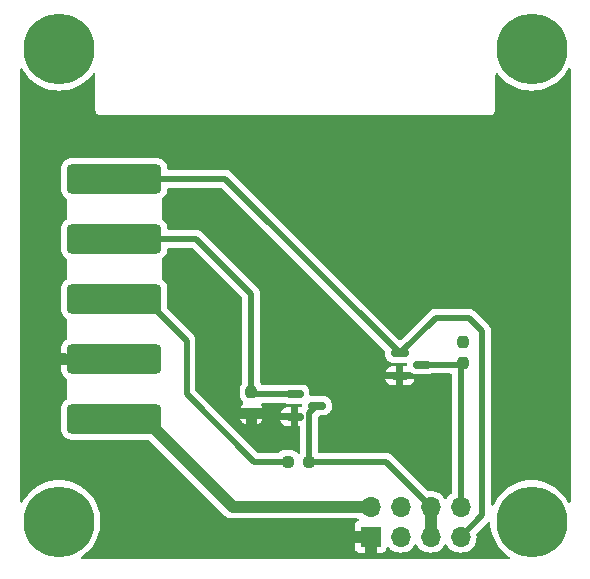
<source format=gbr>
%TF.GenerationSoftware,KiCad,Pcbnew,8.0.8*%
%TF.CreationDate,2025-02-23T10:11:50-08:00*%
%TF.ProjectId,bts7960 adapter,62747337-3936-4302-9061-646170746572,rev?*%
%TF.SameCoordinates,Original*%
%TF.FileFunction,Copper,L1,Top*%
%TF.FilePolarity,Positive*%
%FSLAX46Y46*%
G04 Gerber Fmt 4.6, Leading zero omitted, Abs format (unit mm)*
G04 Created by KiCad (PCBNEW 8.0.8) date 2025-02-23 10:11:50*
%MOMM*%
%LPD*%
G01*
G04 APERTURE LIST*
G04 Aperture macros list*
%AMRoundRect*
0 Rectangle with rounded corners*
0 $1 Rounding radius*
0 $2 $3 $4 $5 $6 $7 $8 $9 X,Y pos of 4 corners*
0 Add a 4 corners polygon primitive as box body*
4,1,4,$2,$3,$4,$5,$6,$7,$8,$9,$2,$3,0*
0 Add four circle primitives for the rounded corners*
1,1,$1+$1,$2,$3*
1,1,$1+$1,$4,$5*
1,1,$1+$1,$6,$7*
1,1,$1+$1,$8,$9*
0 Add four rect primitives between the rounded corners*
20,1,$1+$1,$2,$3,$4,$5,0*
20,1,$1+$1,$4,$5,$6,$7,0*
20,1,$1+$1,$6,$7,$8,$9,0*
20,1,$1+$1,$8,$9,$2,$3,0*%
G04 Aperture macros list end*
%TA.AperFunction,ComponentPad*%
%ADD10RoundRect,0.410105X3.589895X-0.839895X3.589895X0.839895X-3.589895X0.839895X-3.589895X-0.839895X0*%
%TD*%
%TA.AperFunction,ComponentPad*%
%ADD11C,6.000000*%
%TD*%
%TA.AperFunction,SMDPad,CuDef*%
%ADD12RoundRect,0.237500X0.237500X-0.250000X0.237500X0.250000X-0.237500X0.250000X-0.237500X-0.250000X0*%
%TD*%
%TA.AperFunction,SMDPad,CuDef*%
%ADD13RoundRect,0.237500X-0.250000X-0.237500X0.250000X-0.237500X0.250000X0.237500X-0.250000X0.237500X0*%
%TD*%
%TA.AperFunction,SMDPad,CuDef*%
%ADD14RoundRect,0.150000X-0.587500X-0.150000X0.587500X-0.150000X0.587500X0.150000X-0.587500X0.150000X0*%
%TD*%
%TA.AperFunction,ComponentPad*%
%ADD15R,1.700000X1.700000*%
%TD*%
%TA.AperFunction,ComponentPad*%
%ADD16O,1.700000X1.700000*%
%TD*%
%TA.AperFunction,ViaPad*%
%ADD17C,0.600000*%
%TD*%
%TA.AperFunction,Conductor*%
%ADD18C,0.500000*%
%TD*%
%TA.AperFunction,Conductor*%
%ADD19C,1.000000*%
%TD*%
G04 APERTURE END LIST*
D10*
%TO.P,J1,1,Pin_1*%
%TO.N,+5V*%
X4680000Y-31300000D03*
%TO.P,J1,2,Pin_2*%
%TO.N,GND*%
X4680000Y-26220000D03*
%TO.P,J1,3,Pin_3*%
%TO.N,/PWM*%
X4680000Y-21140000D03*
%TO.P,J1,4,Pin_4*%
%TO.N,/DIS*%
X4680000Y-16060000D03*
%TO.P,J1,5,Pin_5*%
%TO.N,/DIR*%
X4680000Y-10980000D03*
%TD*%
D11*
%TO.P,REF\u002A\u002A,1*%
%TO.N,N/C*%
X0Y0D03*
%TD*%
%TO.P,REF\u002A\u002A,1*%
%TO.N,N/C*%
X40000000Y-40000000D03*
%TD*%
%TO.P,REF\u002A\u002A,1*%
%TO.N,N/C*%
X40000000Y0D03*
%TD*%
%TO.P,REF\u002A\u002A,1*%
%TO.N,N/C*%
X0Y-40000000D03*
%TD*%
D12*
%TO.P,R3,1*%
%TO.N,/RPWM*%
X34180000Y-26600000D03*
%TO.P,R3,2*%
%TO.N,+5V*%
X34180000Y-24775000D03*
%TD*%
%TO.P,R2,1*%
%TO.N,GND*%
X16280000Y-30845000D03*
%TO.P,R2,2*%
%TO.N,/DIS*%
X16280000Y-29020000D03*
%TD*%
D13*
%TO.P,R1,1*%
%TO.N,/PWM*%
X19365000Y-34930000D03*
%TO.P,R1,2*%
%TO.N,/L_EN*%
X21190000Y-34930000D03*
%TD*%
D14*
%TO.P,Q2,1,G*%
%TO.N,/DIR*%
X28855000Y-25750000D03*
%TO.P,Q2,2,S*%
%TO.N,GND*%
X28855000Y-27650000D03*
%TO.P,Q2,3,D*%
%TO.N,/RPWM*%
X30730000Y-26700000D03*
%TD*%
%TO.P,Q1,1,G*%
%TO.N,/DIS*%
X19965000Y-29220000D03*
%TO.P,Q1,2,S*%
%TO.N,GND*%
X19965000Y-31120000D03*
%TO.P,Q1,3,D*%
%TO.N,/L_EN*%
X21840000Y-30170000D03*
%TD*%
D15*
%TO.P,J2,1,Pin_1*%
%TO.N,GND*%
X26380000Y-41270000D03*
D16*
%TO.P,J2,2,Pin_2*%
%TO.N,+5V*%
X26380000Y-38730000D03*
%TO.P,J2,3,Pin_3*%
%TO.N,unconnected-(J2-Pin_3-Pad3)*%
X28920000Y-41270000D03*
%TO.P,J2,4,Pin_4*%
%TO.N,unconnected-(J2-Pin_4-Pad4)*%
X28920000Y-38730000D03*
%TO.P,J2,5,Pin_5*%
%TO.N,/L_EN*%
X31460000Y-41270000D03*
%TO.P,J2,6,Pin_6*%
X31460000Y-38730000D03*
%TO.P,J2,7,Pin_7*%
%TO.N,/DIR*%
X34000000Y-41270000D03*
%TO.P,J2,8,Pin_8*%
%TO.N,/RPWM*%
X34000000Y-38730000D03*
%TD*%
D17*
%TO.N,GND*%
X-1651000Y-16891000D03*
X-2159000Y-7366000D03*
X20066000Y-41910000D03*
X5080000Y-38989000D03*
X22606000Y-23622000D03*
X26670000Y-30353000D03*
X19177000Y-24638000D03*
X27051000Y-16891000D03*
X35941000Y-20447000D03*
X40386000Y-9398000D03*
X27813000Y-10541000D03*
X12446000Y-22733000D03*
X13843000Y-27178000D03*
X13970000Y-28829000D03*
%TO.N,+5V*%
X34180000Y-24775000D03*
%TD*%
D18*
%TO.N,/DIR*%
X31872000Y-22733000D02*
X28855000Y-25750000D01*
X34671000Y-22733000D02*
X31872000Y-22733000D01*
X35814000Y-23876000D02*
X34671000Y-22733000D01*
X34000000Y-41270000D02*
X35814000Y-39456000D01*
X35814000Y-39456000D02*
X35814000Y-23876000D01*
X14085000Y-10980000D02*
X28855000Y-25750000D01*
X7260000Y-10980000D02*
X14085000Y-10980000D01*
%TO.N,/PWM*%
X10795000Y-29210000D02*
X16515000Y-34930000D01*
X10795000Y-24675000D02*
X10795000Y-29210000D01*
X16515000Y-34930000D02*
X19365000Y-34930000D01*
X7260000Y-21140000D02*
X10795000Y-24675000D01*
%TO.N,/DIS*%
X11615000Y-16060000D02*
X7260000Y-16060000D01*
X16280000Y-20725000D02*
X11615000Y-16060000D01*
X16280000Y-29020000D02*
X16280000Y-20725000D01*
X16480000Y-29220000D02*
X16280000Y-29020000D01*
X19965000Y-29220000D02*
X16480000Y-29220000D01*
%TO.N,/RPWM*%
X34080000Y-26700000D02*
X34180000Y-26600000D01*
X30730000Y-26700000D02*
X34080000Y-26700000D01*
X34000000Y-26780000D02*
X34180000Y-26600000D01*
X34000000Y-38730000D02*
X34000000Y-26780000D01*
%TO.N,/L_EN*%
X21190000Y-30820000D02*
X21190000Y-34930000D01*
X21840000Y-30170000D02*
X21190000Y-30820000D01*
X27660000Y-34930000D02*
X21190000Y-34930000D01*
X31460000Y-38730000D02*
X27660000Y-34930000D01*
D19*
X31460000Y-41270000D02*
X31460000Y-38730000D01*
%TO.N,+5V*%
X14690000Y-38730000D02*
X7260000Y-31300000D01*
X26380000Y-38730000D02*
X14690000Y-38730000D01*
%TD*%
%TA.AperFunction,Conductor*%
%TO.N,GND*%
G36*
X43261946Y-1620590D02*
G01*
X43305397Y-1675306D01*
X43314500Y-1721939D01*
X43314500Y-38278060D01*
X43294815Y-38345099D01*
X43242011Y-38390854D01*
X43172853Y-38400798D01*
X43109297Y-38371773D01*
X43080016Y-38334355D01*
X43035687Y-38247356D01*
X43035681Y-38247345D01*
X42835852Y-37939635D01*
X42649747Y-37709815D01*
X42604949Y-37654494D01*
X42345506Y-37395051D01*
X42151241Y-37237738D01*
X42060364Y-37164147D01*
X41752656Y-36964320D01*
X41425739Y-36797746D01*
X41083206Y-36666260D01*
X41083199Y-36666258D01*
X40728794Y-36571295D01*
X40728790Y-36571294D01*
X40728789Y-36571294D01*
X40366405Y-36513898D01*
X40000001Y-36494696D01*
X39999999Y-36494696D01*
X39633594Y-36513898D01*
X39271211Y-36571294D01*
X39271209Y-36571294D01*
X38916793Y-36666260D01*
X38574260Y-36797746D01*
X38247343Y-36964320D01*
X37939635Y-37164147D01*
X37654498Y-37395047D01*
X37654490Y-37395054D01*
X37395054Y-37654490D01*
X37395047Y-37654498D01*
X37164147Y-37939635D01*
X36964320Y-38247343D01*
X36798985Y-38571830D01*
X36751010Y-38622626D01*
X36683189Y-38639421D01*
X36617054Y-38616883D01*
X36573603Y-38562168D01*
X36564500Y-38515535D01*
X36564500Y-23802079D01*
X36535659Y-23657092D01*
X36535658Y-23657091D01*
X36535658Y-23657087D01*
X36535656Y-23657082D01*
X36479087Y-23520511D01*
X36479080Y-23520498D01*
X36396952Y-23397585D01*
X36396951Y-23397584D01*
X36292416Y-23293049D01*
X35149421Y-22150052D01*
X35149414Y-22150046D01*
X35075729Y-22100812D01*
X35075729Y-22100813D01*
X35026491Y-22067913D01*
X34889917Y-22011343D01*
X34889907Y-22011340D01*
X34744920Y-21982500D01*
X34744918Y-21982500D01*
X31945917Y-21982500D01*
X31798082Y-21982500D01*
X31798080Y-21982500D01*
X31653092Y-22011340D01*
X31653082Y-22011343D01*
X31516511Y-22067912D01*
X31516498Y-22067919D01*
X31393584Y-22150048D01*
X31393580Y-22150051D01*
X28942680Y-24600951D01*
X28881357Y-24634436D01*
X28811665Y-24629452D01*
X28767318Y-24600951D01*
X14563415Y-10397047D01*
X14563413Y-10397045D01*
X14514179Y-10364150D01*
X14481355Y-10342218D01*
X14440495Y-10314916D01*
X14440494Y-10314915D01*
X14440492Y-10314914D01*
X14440490Y-10314913D01*
X14303917Y-10258343D01*
X14303907Y-10258340D01*
X14158920Y-10229500D01*
X14158918Y-10229500D01*
X9304500Y-10229500D01*
X9237461Y-10209815D01*
X9191706Y-10157011D01*
X9180500Y-10105500D01*
X9180500Y-10076379D01*
X9180500Y-10076372D01*
X9174243Y-9996870D01*
X9124701Y-9811976D01*
X9037799Y-9641422D01*
X9037795Y-9641417D01*
X9037791Y-9641411D01*
X8917338Y-9492663D01*
X8917336Y-9492661D01*
X8768588Y-9372208D01*
X8768576Y-9372200D01*
X8598022Y-9285298D01*
X8413128Y-9235756D01*
X8333633Y-9229500D01*
X8333628Y-9229500D01*
X1026372Y-9229500D01*
X1026366Y-9229500D01*
X946871Y-9235756D01*
X761977Y-9285298D01*
X591423Y-9372200D01*
X591411Y-9372208D01*
X442663Y-9492661D01*
X442661Y-9492663D01*
X322208Y-9641411D01*
X322200Y-9641423D01*
X235298Y-9811977D01*
X185756Y-9996871D01*
X179500Y-10076366D01*
X179500Y-11883633D01*
X185756Y-11963128D01*
X235298Y-12148022D01*
X322200Y-12318576D01*
X322208Y-12318588D01*
X442661Y-12467336D01*
X442663Y-12467338D01*
X591416Y-12587795D01*
X591422Y-12587799D01*
X612293Y-12598433D01*
X663089Y-12646404D01*
X680000Y-12708918D01*
X680000Y-14331081D01*
X660315Y-14398120D01*
X612298Y-14441564D01*
X591424Y-14452200D01*
X591411Y-14452208D01*
X442663Y-14572661D01*
X442661Y-14572663D01*
X322208Y-14721411D01*
X322200Y-14721423D01*
X235298Y-14891977D01*
X185756Y-15076871D01*
X179500Y-15156366D01*
X179500Y-16963633D01*
X185756Y-17043128D01*
X235298Y-17228022D01*
X322200Y-17398576D01*
X322208Y-17398588D01*
X442661Y-17547336D01*
X442663Y-17547338D01*
X591416Y-17667795D01*
X591422Y-17667799D01*
X612293Y-17678433D01*
X663089Y-17726404D01*
X680000Y-17788918D01*
X680000Y-19411081D01*
X660315Y-19478120D01*
X612298Y-19521564D01*
X591424Y-19532200D01*
X591411Y-19532208D01*
X442663Y-19652661D01*
X442661Y-19652663D01*
X322208Y-19801411D01*
X322200Y-19801423D01*
X235298Y-19971977D01*
X185756Y-20156871D01*
X179500Y-20236366D01*
X179500Y-22043633D01*
X185756Y-22123128D01*
X235298Y-22308022D01*
X322200Y-22478576D01*
X322208Y-22478588D01*
X442661Y-22627336D01*
X442663Y-22627338D01*
X591416Y-22747795D01*
X591422Y-22747799D01*
X612293Y-22758433D01*
X663089Y-22806404D01*
X680000Y-22868918D01*
X680000Y-24491641D01*
X660315Y-24558680D01*
X612295Y-24602126D01*
X591694Y-24612622D01*
X443019Y-24733019D01*
X322621Y-24881695D01*
X322620Y-24881696D01*
X235768Y-25052157D01*
X186253Y-25236950D01*
X186253Y-25236951D01*
X180000Y-25316405D01*
X180000Y-25720000D01*
X556000Y-25720000D01*
X623039Y-25739685D01*
X668794Y-25792489D01*
X680000Y-25844000D01*
X680000Y-26596000D01*
X660315Y-26663039D01*
X607511Y-26708794D01*
X556000Y-26720000D01*
X180001Y-26720000D01*
X180001Y-27123595D01*
X186253Y-27203049D01*
X235768Y-27387842D01*
X322620Y-27558303D01*
X322621Y-27558304D01*
X443019Y-27706980D01*
X591696Y-27827378D01*
X612290Y-27837870D01*
X663088Y-27885842D01*
X680000Y-27948357D01*
X680000Y-29571081D01*
X660315Y-29638120D01*
X612298Y-29681564D01*
X598847Y-29688418D01*
X591424Y-29692200D01*
X591411Y-29692208D01*
X442663Y-29812661D01*
X442661Y-29812663D01*
X322208Y-29961411D01*
X322200Y-29961423D01*
X235298Y-30131977D01*
X185756Y-30316871D01*
X179500Y-30396366D01*
X179500Y-32203633D01*
X185756Y-32283128D01*
X235298Y-32468022D01*
X322200Y-32638576D01*
X322208Y-32638588D01*
X442661Y-32787336D01*
X442663Y-32787338D01*
X591411Y-32907791D01*
X591417Y-32907795D01*
X591422Y-32907799D01*
X761976Y-32994701D01*
X946870Y-33044243D01*
X1026372Y-33050500D01*
X7544218Y-33050500D01*
X7611257Y-33070185D01*
X7631898Y-33086818D01*
X13912860Y-39367781D01*
X13912861Y-39367782D01*
X14052218Y-39507139D01*
X14052219Y-39507140D01*
X14216079Y-39616628D01*
X14216092Y-39616635D01*
X14344833Y-39669961D01*
X14387744Y-39687735D01*
X14398164Y-39692051D01*
X14494812Y-39711275D01*
X14543135Y-39720887D01*
X14591458Y-39730500D01*
X14591459Y-39730500D01*
X14591460Y-39730500D01*
X14788540Y-39730500D01*
X25260570Y-39730500D01*
X25327609Y-39750185D01*
X25373364Y-39802989D01*
X25383308Y-39872147D01*
X25354283Y-39935703D01*
X25303903Y-39970682D01*
X25287913Y-39976645D01*
X25287906Y-39976649D01*
X25172812Y-40062809D01*
X25172809Y-40062812D01*
X25086649Y-40177906D01*
X25086645Y-40177913D01*
X25036403Y-40312620D01*
X25036401Y-40312627D01*
X25030000Y-40372155D01*
X25030000Y-40770000D01*
X26256000Y-40770000D01*
X26283756Y-40778150D01*
X26187007Y-40804075D01*
X26072993Y-40869901D01*
X25979901Y-40962993D01*
X25914075Y-41077007D01*
X25880000Y-41204174D01*
X25880000Y-41335826D01*
X25914075Y-41462993D01*
X25979901Y-41577007D01*
X26072993Y-41670099D01*
X26187007Y-41735925D01*
X26314174Y-41770000D01*
X26445826Y-41770000D01*
X26572993Y-41735925D01*
X26687007Y-41670099D01*
X26780099Y-41577007D01*
X26845925Y-41462993D01*
X26873015Y-41361892D01*
X26880000Y-41394000D01*
X26880000Y-42620000D01*
X27277828Y-42620000D01*
X27277844Y-42619999D01*
X27337372Y-42613598D01*
X27337379Y-42613596D01*
X27472086Y-42563354D01*
X27472093Y-42563350D01*
X27587187Y-42477190D01*
X27587190Y-42477187D01*
X27673350Y-42362093D01*
X27673354Y-42362086D01*
X27722422Y-42230529D01*
X27764293Y-42174595D01*
X27829757Y-42150178D01*
X27898030Y-42165030D01*
X27926285Y-42186181D01*
X28048599Y-42308495D01*
X28125135Y-42362086D01*
X28242165Y-42444032D01*
X28242167Y-42444033D01*
X28242170Y-42444035D01*
X28456337Y-42543903D01*
X28684592Y-42605063D01*
X28855319Y-42620000D01*
X28919999Y-42625659D01*
X28920000Y-42625659D01*
X28920001Y-42625659D01*
X28984681Y-42620000D01*
X29155408Y-42605063D01*
X29383663Y-42543903D01*
X29597830Y-42444035D01*
X29791401Y-42308495D01*
X29958495Y-42141401D01*
X30088425Y-41955842D01*
X30143002Y-41912217D01*
X30212500Y-41905023D01*
X30274855Y-41936546D01*
X30291575Y-41955842D01*
X30421500Y-42141395D01*
X30421505Y-42141401D01*
X30588599Y-42308495D01*
X30665135Y-42362086D01*
X30782165Y-42444032D01*
X30782167Y-42444033D01*
X30782170Y-42444035D01*
X30996337Y-42543903D01*
X31224592Y-42605063D01*
X31395319Y-42620000D01*
X31459999Y-42625659D01*
X31460000Y-42625659D01*
X31460001Y-42625659D01*
X31524681Y-42620000D01*
X31695408Y-42605063D01*
X31923663Y-42543903D01*
X32137830Y-42444035D01*
X32331401Y-42308495D01*
X32498495Y-42141401D01*
X32628425Y-41955842D01*
X32683002Y-41912217D01*
X32752500Y-41905023D01*
X32814855Y-41936546D01*
X32831575Y-41955842D01*
X32961500Y-42141395D01*
X32961505Y-42141401D01*
X33128599Y-42308495D01*
X33205135Y-42362086D01*
X33322165Y-42444032D01*
X33322167Y-42444033D01*
X33322170Y-42444035D01*
X33536337Y-42543903D01*
X33764592Y-42605063D01*
X33935319Y-42620000D01*
X33999999Y-42625659D01*
X34000000Y-42625659D01*
X34000001Y-42625659D01*
X34064681Y-42620000D01*
X34235408Y-42605063D01*
X34463663Y-42543903D01*
X34677830Y-42444035D01*
X34871401Y-42308495D01*
X35038495Y-42141401D01*
X35174035Y-41947830D01*
X35273903Y-41733663D01*
X35335063Y-41505408D01*
X35355659Y-41270000D01*
X35337022Y-41056984D01*
X35350788Y-40988485D01*
X35372866Y-40958499D01*
X36289627Y-40041740D01*
X36350950Y-40008255D01*
X36420642Y-40013239D01*
X36476575Y-40055111D01*
X36500992Y-40120575D01*
X36501138Y-40122931D01*
X36513898Y-40366405D01*
X36518997Y-40398597D01*
X36571295Y-40728794D01*
X36645142Y-41004395D01*
X36666260Y-41083206D01*
X36797746Y-41425739D01*
X36964320Y-41752656D01*
X37164147Y-42060364D01*
X37301944Y-42230529D01*
X37395051Y-42345506D01*
X37654494Y-42604949D01*
X37680069Y-42625659D01*
X37939635Y-42835852D01*
X38130044Y-42959505D01*
X38175547Y-43012526D01*
X38185161Y-43081731D01*
X38155834Y-43145148D01*
X38096877Y-43182642D01*
X38062509Y-43187500D01*
X1937491Y-43187500D01*
X1870452Y-43167815D01*
X1824697Y-43115011D01*
X1814753Y-43045853D01*
X1843778Y-42982297D01*
X1869956Y-42959505D01*
X2060364Y-42835852D01*
X2060366Y-42835851D01*
X2345506Y-42604949D01*
X2604949Y-42345506D01*
X2748817Y-42167844D01*
X25030000Y-42167844D01*
X25036401Y-42227372D01*
X25036403Y-42227379D01*
X25086645Y-42362086D01*
X25086649Y-42362093D01*
X25172809Y-42477187D01*
X25172812Y-42477190D01*
X25287906Y-42563350D01*
X25287913Y-42563354D01*
X25422620Y-42613596D01*
X25422627Y-42613598D01*
X25482155Y-42619999D01*
X25482172Y-42620000D01*
X25880000Y-42620000D01*
X25880000Y-41770000D01*
X25030000Y-41770000D01*
X25030000Y-42167844D01*
X2748817Y-42167844D01*
X2835851Y-42060366D01*
X3035682Y-41752652D01*
X3202255Y-41425736D01*
X3333742Y-41083199D01*
X3428705Y-40728794D01*
X3486102Y-40366404D01*
X3505304Y-40000000D01*
X3486102Y-39633596D01*
X3428705Y-39271206D01*
X3333742Y-38916801D01*
X3202255Y-38574264D01*
X3035682Y-38247348D01*
X2932060Y-38087783D01*
X2835852Y-37939635D01*
X2649747Y-37709815D01*
X2604949Y-37654494D01*
X2345506Y-37395051D01*
X2151241Y-37237738D01*
X2060364Y-37164147D01*
X1752656Y-36964320D01*
X1425739Y-36797746D01*
X1083206Y-36666260D01*
X1083199Y-36666258D01*
X728794Y-36571295D01*
X728790Y-36571294D01*
X728789Y-36571294D01*
X366405Y-36513898D01*
X1Y-36494696D01*
X-1Y-36494696D01*
X-366405Y-36513898D01*
X-728788Y-36571294D01*
X-728790Y-36571294D01*
X-1083206Y-36666260D01*
X-1425739Y-36797746D01*
X-1752656Y-36964320D01*
X-2060364Y-37164147D01*
X-2151241Y-37237738D01*
X-2345506Y-37395051D01*
X-2604949Y-37654494D01*
X-2649747Y-37709815D01*
X-2835852Y-37939635D01*
X-3035681Y-38247345D01*
X-3035683Y-38247349D01*
X-3075016Y-38324543D01*
X-3122990Y-38375338D01*
X-3190811Y-38392133D01*
X-3256946Y-38369595D01*
X-3300397Y-38314880D01*
X-3309500Y-38268247D01*
X-3309500Y-1731752D01*
X-3289815Y-1664713D01*
X-3237011Y-1618958D01*
X-3167853Y-1609014D01*
X-3104297Y-1638039D01*
X-3075015Y-1675456D01*
X-3035682Y-1752652D01*
X-2835851Y-2060366D01*
X-2604949Y-2345506D01*
X-2345506Y-2604949D01*
X-2060366Y-2835851D01*
X-1752652Y-3035682D01*
X-1425736Y-3202255D01*
X-1083199Y-3333742D01*
X-728794Y-3428705D01*
X-366404Y-3486102D01*
X-19203Y-3504297D01*
X-1Y-3505304D01*
X0Y-3505304D01*
X1Y-3505304D01*
X19203Y-3504297D01*
X366404Y-3486102D01*
X728794Y-3428705D01*
X1083199Y-3333742D01*
X1425736Y-3202255D01*
X1752652Y-3035682D01*
X2060366Y-2835851D01*
X2345506Y-2604949D01*
X2604949Y-2345506D01*
X2835134Y-2061250D01*
X2892621Y-2021540D01*
X2962452Y-2019212D01*
X3022456Y-2055007D01*
X3053582Y-2117561D01*
X3055500Y-2139287D01*
X3055500Y-5145891D01*
X3089608Y-5273187D01*
X3122554Y-5330250D01*
X3155500Y-5387314D01*
X3248686Y-5480500D01*
X3362814Y-5546392D01*
X3490108Y-5580500D01*
X3490110Y-5580500D01*
X36514890Y-5580500D01*
X36514892Y-5580500D01*
X36642186Y-5546392D01*
X36756314Y-5480500D01*
X36849500Y-5387314D01*
X36915392Y-5273186D01*
X36949500Y-5145892D01*
X36949500Y-2145462D01*
X36969185Y-2078423D01*
X37021989Y-2032668D01*
X37091147Y-2022724D01*
X37154703Y-2051749D01*
X37169866Y-2067426D01*
X37395051Y-2345506D01*
X37654494Y-2604949D01*
X37654498Y-2604952D01*
X37939635Y-2835852D01*
X38247343Y-3035679D01*
X38247348Y-3035682D01*
X38574264Y-3202255D01*
X38916801Y-3333742D01*
X39271206Y-3428705D01*
X39633596Y-3486102D01*
X39979734Y-3504241D01*
X39999999Y-3505304D01*
X40000000Y-3505304D01*
X40000001Y-3505304D01*
X40019203Y-3504297D01*
X40366404Y-3486102D01*
X40728794Y-3428705D01*
X41083199Y-3333742D01*
X41425736Y-3202255D01*
X41752652Y-3035682D01*
X42060366Y-2835851D01*
X42345506Y-2604949D01*
X42604949Y-2345506D01*
X42835851Y-2060366D01*
X43035682Y-1752652D01*
X43080015Y-1665643D01*
X43127990Y-1614848D01*
X43195811Y-1598053D01*
X43261946Y-1620590D01*
G37*
%TD.AperFunction*%
%TA.AperFunction,Conductor*%
G36*
X13789809Y-11750185D02*
G01*
X13810451Y-11766819D01*
X27580681Y-25537048D01*
X27614166Y-25598371D01*
X27617000Y-25624729D01*
X27617000Y-25965701D01*
X27619901Y-26002567D01*
X27619902Y-26002573D01*
X27665754Y-26160393D01*
X27665755Y-26160396D01*
X27749417Y-26301862D01*
X27749423Y-26301870D01*
X27865629Y-26418076D01*
X27865633Y-26418079D01*
X27865635Y-26418081D01*
X28007102Y-26501744D01*
X28048724Y-26513836D01*
X28164926Y-26547597D01*
X28164929Y-26547597D01*
X28164931Y-26547598D01*
X28201806Y-26550500D01*
X29368000Y-26550500D01*
X29435039Y-26570185D01*
X29480794Y-26622989D01*
X29492000Y-26674500D01*
X29492000Y-26726000D01*
X29472315Y-26793039D01*
X29419511Y-26838794D01*
X29368000Y-26850000D01*
X29155000Y-26850000D01*
X29155000Y-27350000D01*
X29676139Y-27350000D01*
X29739260Y-27367268D01*
X29740635Y-27368081D01*
X29882102Y-27451744D01*
X29894769Y-27455424D01*
X30039926Y-27497597D01*
X30039929Y-27497597D01*
X30039931Y-27497598D01*
X30076806Y-27500500D01*
X30076814Y-27500500D01*
X31383186Y-27500500D01*
X31383194Y-27500500D01*
X31420069Y-27497598D01*
X31420071Y-27497597D01*
X31420073Y-27497597D01*
X31565233Y-27455424D01*
X31599828Y-27450500D01*
X33125500Y-27450500D01*
X33192539Y-27470185D01*
X33238294Y-27522989D01*
X33249500Y-27574500D01*
X33249500Y-37542298D01*
X33229815Y-37609337D01*
X33196625Y-37643872D01*
X33128595Y-37691507D01*
X32961505Y-37858597D01*
X32831575Y-38044158D01*
X32776998Y-38087783D01*
X32707500Y-38094977D01*
X32645145Y-38063454D01*
X32628425Y-38044158D01*
X32498494Y-37858597D01*
X32331402Y-37691506D01*
X32331395Y-37691501D01*
X32137834Y-37555967D01*
X32137830Y-37555965D01*
X32108521Y-37542298D01*
X31923663Y-37456097D01*
X31923659Y-37456096D01*
X31923655Y-37456094D01*
X31695413Y-37394938D01*
X31695403Y-37394936D01*
X31460001Y-37374341D01*
X31459998Y-37374341D01*
X31246985Y-37392977D01*
X31178485Y-37379210D01*
X31148497Y-37357130D01*
X28138421Y-34347052D01*
X28138414Y-34347046D01*
X28064729Y-34297812D01*
X28064729Y-34297813D01*
X28015491Y-34264913D01*
X27878917Y-34208343D01*
X27878907Y-34208340D01*
X27733920Y-34179500D01*
X27733918Y-34179500D01*
X22064500Y-34179500D01*
X21997461Y-34159815D01*
X21951706Y-34107011D01*
X21940500Y-34055500D01*
X21940500Y-31182230D01*
X21960185Y-31115191D01*
X21976819Y-31094549D01*
X22064549Y-31006819D01*
X22125872Y-30973334D01*
X22152230Y-30970500D01*
X22493186Y-30970500D01*
X22493194Y-30970500D01*
X22530069Y-30967598D01*
X22530071Y-30967597D01*
X22530073Y-30967597D01*
X22571691Y-30955505D01*
X22687898Y-30921744D01*
X22829365Y-30838081D01*
X22945581Y-30721865D01*
X23029244Y-30580398D01*
X23075098Y-30422569D01*
X23078000Y-30385694D01*
X23078000Y-29954306D01*
X23075098Y-29917431D01*
X23056332Y-29852840D01*
X23029245Y-29759606D01*
X23029244Y-29759603D01*
X23029244Y-29759602D01*
X22945581Y-29618135D01*
X22945579Y-29618133D01*
X22945576Y-29618129D01*
X22829370Y-29501923D01*
X22829362Y-29501917D01*
X22705908Y-29428907D01*
X22687898Y-29418256D01*
X22687897Y-29418255D01*
X22687896Y-29418255D01*
X22687893Y-29418254D01*
X22530073Y-29372402D01*
X22530067Y-29372401D01*
X22493201Y-29369500D01*
X22493194Y-29369500D01*
X21327000Y-29369500D01*
X21259961Y-29349815D01*
X21214206Y-29297011D01*
X21203000Y-29245500D01*
X21203000Y-29004313D01*
X21202999Y-29004298D01*
X21200098Y-28967432D01*
X21200097Y-28967426D01*
X21154245Y-28809606D01*
X21154244Y-28809603D01*
X21154244Y-28809602D01*
X21070581Y-28668135D01*
X21070579Y-28668133D01*
X21070576Y-28668129D01*
X20954370Y-28551923D01*
X20954362Y-28551917D01*
X20812896Y-28468255D01*
X20812893Y-28468254D01*
X20655073Y-28422402D01*
X20655067Y-28422401D01*
X20618201Y-28419500D01*
X20618194Y-28419500D01*
X19311806Y-28419500D01*
X19311798Y-28419500D01*
X19274932Y-28422401D01*
X19274926Y-28422402D01*
X19129767Y-28464576D01*
X19095172Y-28469500D01*
X17268452Y-28469500D01*
X17201413Y-28449815D01*
X17162914Y-28410597D01*
X17100342Y-28309153D01*
X17100339Y-28309149D01*
X17066819Y-28275629D01*
X17033334Y-28214306D01*
X17030500Y-28187948D01*
X17030500Y-27950000D01*
X27634204Y-27950000D01*
X27666218Y-28060198D01*
X27749814Y-28201552D01*
X27749821Y-28201561D01*
X27865938Y-28317678D01*
X27865947Y-28317685D01*
X28007303Y-28401282D01*
X28007306Y-28401283D01*
X28165004Y-28447099D01*
X28165010Y-28447100D01*
X28201850Y-28449999D01*
X28201866Y-28450000D01*
X28555000Y-28450000D01*
X29155000Y-28450000D01*
X29508134Y-28450000D01*
X29508149Y-28449999D01*
X29544989Y-28447100D01*
X29544995Y-28447099D01*
X29702693Y-28401283D01*
X29702696Y-28401282D01*
X29844052Y-28317685D01*
X29844061Y-28317678D01*
X29960178Y-28201561D01*
X29960185Y-28201552D01*
X30043781Y-28060198D01*
X30075796Y-27950000D01*
X29155000Y-27950000D01*
X29155000Y-28450000D01*
X28555000Y-28450000D01*
X28555000Y-27950000D01*
X27634204Y-27950000D01*
X17030500Y-27950000D01*
X17030500Y-27350000D01*
X27634204Y-27350000D01*
X28555000Y-27350000D01*
X28555000Y-26850000D01*
X28201850Y-26850000D01*
X28165010Y-26852899D01*
X28165004Y-26852900D01*
X28007306Y-26898716D01*
X28007303Y-26898717D01*
X27865947Y-26982314D01*
X27865938Y-26982321D01*
X27749821Y-27098438D01*
X27749814Y-27098447D01*
X27666218Y-27239801D01*
X27634204Y-27350000D01*
X17030500Y-27350000D01*
X17030500Y-20651079D01*
X17001659Y-20506092D01*
X17001658Y-20506091D01*
X17001658Y-20506087D01*
X17001656Y-20506082D01*
X16945087Y-20369511D01*
X16945080Y-20369498D01*
X16862952Y-20246585D01*
X16852733Y-20236366D01*
X16758416Y-20142049D01*
X12093416Y-15477048D01*
X12093415Y-15477047D01*
X12093413Y-15477045D01*
X12044179Y-15444150D01*
X12011355Y-15422218D01*
X11970495Y-15394916D01*
X11970494Y-15394915D01*
X11970492Y-15394914D01*
X11970490Y-15394913D01*
X11833917Y-15338343D01*
X11833907Y-15338340D01*
X11688920Y-15309500D01*
X11688918Y-15309500D01*
X9304500Y-15309500D01*
X9237461Y-15289815D01*
X9191706Y-15237011D01*
X9180500Y-15185500D01*
X9180500Y-15156379D01*
X9180500Y-15156372D01*
X9174243Y-15076870D01*
X9124701Y-14891976D01*
X9037799Y-14721422D01*
X9037795Y-14721417D01*
X9037791Y-14721411D01*
X8917338Y-14572663D01*
X8917336Y-14572661D01*
X8768588Y-14452208D01*
X8768582Y-14452204D01*
X8768578Y-14452201D01*
X8747702Y-14441564D01*
X8696908Y-14393590D01*
X8680000Y-14331081D01*
X8680000Y-12708918D01*
X8699685Y-12641879D01*
X8747706Y-12598433D01*
X8768578Y-12587799D01*
X8917337Y-12467337D01*
X9037799Y-12318578D01*
X9124701Y-12148024D01*
X9174243Y-11963130D01*
X9180500Y-11883628D01*
X9180500Y-11854500D01*
X9200185Y-11787461D01*
X9252989Y-11741706D01*
X9304500Y-11730500D01*
X13722770Y-11730500D01*
X13789809Y-11750185D01*
G37*
%TD.AperFunction*%
%TA.AperFunction,Conductor*%
G36*
X11319809Y-16830185D02*
G01*
X11340451Y-16846819D01*
X15493181Y-20999548D01*
X15526666Y-21060871D01*
X15529500Y-21087229D01*
X15529500Y-28187948D01*
X15509815Y-28254987D01*
X15493181Y-28275629D01*
X15459661Y-28309148D01*
X15369093Y-28455981D01*
X15369091Y-28455986D01*
X15365025Y-28468256D01*
X15314826Y-28619747D01*
X15314826Y-28619748D01*
X15314825Y-28619748D01*
X15304500Y-28720815D01*
X15304500Y-29319169D01*
X15304501Y-29319187D01*
X15314825Y-29420252D01*
X15341889Y-29501923D01*
X15362953Y-29565491D01*
X15369092Y-29584015D01*
X15369093Y-29584018D01*
X15402464Y-29638120D01*
X15435825Y-29692208D01*
X15459661Y-29730851D01*
X15573982Y-29845172D01*
X15607467Y-29906495D01*
X15602483Y-29976187D01*
X15573983Y-30020534D01*
X15460052Y-30134465D01*
X15369551Y-30281188D01*
X15369546Y-30281199D01*
X15340121Y-30370000D01*
X17219878Y-30370000D01*
X17190453Y-30281199D01*
X17190448Y-30281188D01*
X17115449Y-30159597D01*
X17097008Y-30092205D01*
X17117930Y-30025541D01*
X17171572Y-29980772D01*
X17220987Y-29970500D01*
X19095172Y-29970500D01*
X19129767Y-29975424D01*
X19274926Y-30017597D01*
X19274929Y-30017597D01*
X19274931Y-30017598D01*
X19311806Y-30020500D01*
X20478000Y-30020500D01*
X20545039Y-30040185D01*
X20590794Y-30092989D01*
X20602000Y-30144500D01*
X20602000Y-30196000D01*
X20582315Y-30263039D01*
X20529511Y-30308794D01*
X20478000Y-30320000D01*
X20265000Y-30320000D01*
X20265000Y-31920000D01*
X20315500Y-31920000D01*
X20382539Y-31939685D01*
X20428294Y-31992489D01*
X20439500Y-32044000D01*
X20439500Y-34097948D01*
X20419815Y-34164987D01*
X20403181Y-34185629D01*
X20365181Y-34223629D01*
X20303858Y-34257114D01*
X20234166Y-34252130D01*
X20189819Y-34223629D01*
X20075851Y-34109661D01*
X20075850Y-34109660D01*
X19929016Y-34019092D01*
X19765253Y-33964826D01*
X19765251Y-33964825D01*
X19664178Y-33954500D01*
X19065830Y-33954500D01*
X19065812Y-33954501D01*
X18964747Y-33964825D01*
X18800984Y-34019092D01*
X18800981Y-34019093D01*
X18654148Y-34109661D01*
X18620629Y-34143181D01*
X18559306Y-34176666D01*
X18532948Y-34179500D01*
X16877229Y-34179500D01*
X16810190Y-34159815D01*
X16789548Y-34143181D01*
X13966368Y-31320000D01*
X15340121Y-31320000D01*
X15369546Y-31408800D01*
X15369551Y-31408811D01*
X15460052Y-31555534D01*
X15460055Y-31555538D01*
X15581961Y-31677444D01*
X15581965Y-31677447D01*
X15728694Y-31767951D01*
X15805000Y-31793235D01*
X16755000Y-31793235D01*
X16831305Y-31767951D01*
X16978034Y-31677447D01*
X16978038Y-31677444D01*
X17099944Y-31555538D01*
X17099947Y-31555534D01*
X17183546Y-31420000D01*
X18744204Y-31420000D01*
X18776218Y-31530198D01*
X18859814Y-31671552D01*
X18859821Y-31671561D01*
X18975938Y-31787678D01*
X18975947Y-31787685D01*
X19117303Y-31871282D01*
X19117306Y-31871283D01*
X19275004Y-31917099D01*
X19275010Y-31917100D01*
X19311850Y-31919999D01*
X19311866Y-31920000D01*
X19665000Y-31920000D01*
X19665000Y-31420000D01*
X18744204Y-31420000D01*
X17183546Y-31420000D01*
X17190448Y-31408811D01*
X17190453Y-31408800D01*
X17219879Y-31320000D01*
X16755000Y-31320000D01*
X16755000Y-31793235D01*
X15805000Y-31793235D01*
X15805000Y-31320000D01*
X15340121Y-31320000D01*
X13966368Y-31320000D01*
X13466368Y-30820000D01*
X18744204Y-30820000D01*
X19665000Y-30820000D01*
X19665000Y-30320000D01*
X19311850Y-30320000D01*
X19275010Y-30322899D01*
X19275004Y-30322900D01*
X19117306Y-30368716D01*
X19117303Y-30368717D01*
X18975947Y-30452314D01*
X18975938Y-30452321D01*
X18859821Y-30568438D01*
X18859814Y-30568447D01*
X18776218Y-30709801D01*
X18744204Y-30820000D01*
X13466368Y-30820000D01*
X11581819Y-28935451D01*
X11548334Y-28874128D01*
X11545500Y-28847770D01*
X11545500Y-24601079D01*
X11516659Y-24456092D01*
X11516658Y-24456091D01*
X11516658Y-24456087D01*
X11460084Y-24319505D01*
X11404099Y-24235717D01*
X11377952Y-24196584D01*
X9216819Y-22035451D01*
X9183334Y-21974128D01*
X9180500Y-21947770D01*
X9180500Y-20236379D01*
X9180500Y-20236372D01*
X9174243Y-20156870D01*
X9124701Y-19971976D01*
X9037799Y-19801422D01*
X9037795Y-19801417D01*
X9037791Y-19801411D01*
X8917338Y-19652663D01*
X8917336Y-19652661D01*
X8768588Y-19532208D01*
X8768582Y-19532204D01*
X8768578Y-19532201D01*
X8747702Y-19521564D01*
X8696908Y-19473590D01*
X8680000Y-19411081D01*
X8680000Y-17788918D01*
X8699685Y-17721879D01*
X8747706Y-17678433D01*
X8768578Y-17667799D01*
X8917337Y-17547337D01*
X9037799Y-17398578D01*
X9124701Y-17228024D01*
X9174243Y-17043130D01*
X9180500Y-16963628D01*
X9180500Y-16934500D01*
X9200185Y-16867461D01*
X9252989Y-16821706D01*
X9304500Y-16810500D01*
X11252770Y-16810500D01*
X11319809Y-16830185D01*
G37*
%TD.AperFunction*%
%TD*%
M02*

</source>
